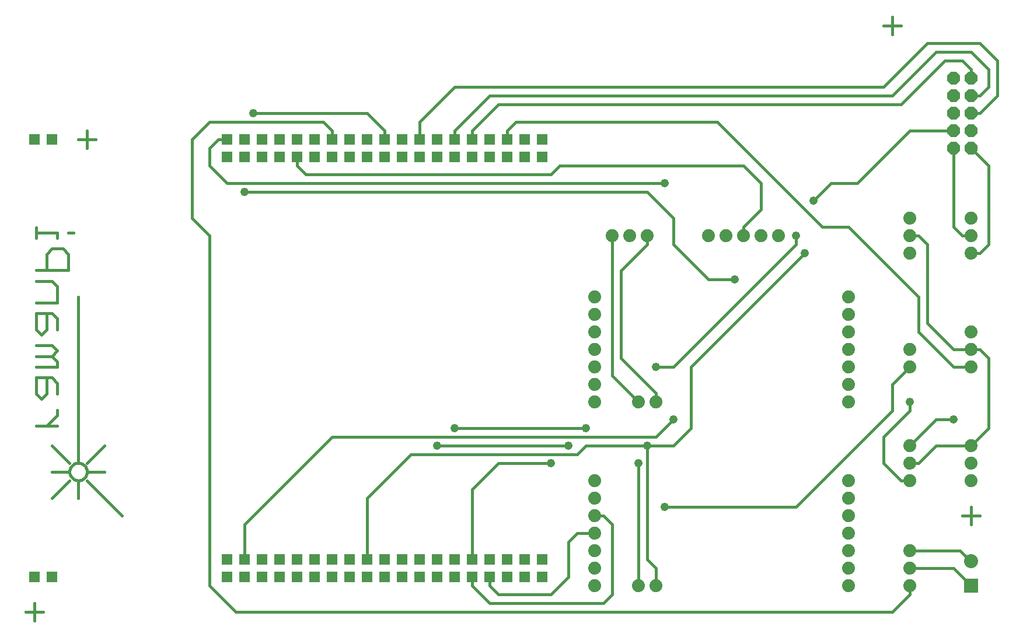
<source format=gbl>
G75*
G70*
%OFA0B0*%
%FSLAX24Y24*%
%IPPOS*%
%LPD*%
%AMOC8*
5,1,8,0,0,1.08239X$1,22.5*
%
%ADD10C,0.0160*%
%ADD11R,0.0634X0.0634*%
%ADD12C,0.0740*%
%ADD13OC8,0.0740*%
%ADD14R,0.0800X0.0800*%
%ADD15C,0.0800*%
%ADD16C,0.0476*%
D10*
X002600Y001100D02*
X003600Y001100D01*
X003100Y001600D02*
X003100Y000600D01*
X008100Y006600D02*
X006100Y008600D01*
X006100Y009100D02*
X007100Y009100D01*
X006100Y009600D02*
X007100Y010600D01*
X005600Y009600D02*
X005600Y019100D01*
X004408Y018769D02*
X004408Y019690D01*
X004101Y019997D01*
X003180Y019997D01*
X003180Y020611D02*
X005022Y020611D01*
X005022Y021531D01*
X004715Y021838D01*
X004101Y021838D01*
X003794Y021531D01*
X003794Y020611D01*
X003180Y018769D02*
X004408Y018769D01*
X004101Y018155D02*
X003180Y018155D01*
X003180Y017234D01*
X003487Y016928D01*
X003794Y017234D01*
X003794Y018155D01*
X004101Y018155D02*
X004408Y017848D01*
X004408Y017234D01*
X004101Y016314D02*
X003180Y016314D01*
X003180Y015700D02*
X004101Y015700D01*
X004408Y016007D01*
X004101Y016314D01*
X004101Y015700D02*
X004408Y015393D01*
X004408Y015086D01*
X003180Y015086D01*
X003180Y014472D02*
X003180Y013551D01*
X003487Y013244D01*
X003794Y013551D01*
X003794Y014472D01*
X004101Y014472D02*
X003180Y014472D01*
X004101Y014472D02*
X004408Y014165D01*
X004408Y013551D01*
X004408Y012631D02*
X004408Y012324D01*
X003794Y011710D01*
X003180Y011710D02*
X004408Y011710D01*
X004100Y010600D02*
X005100Y009600D01*
X005100Y009100D02*
X004100Y009100D01*
X005100Y008600D02*
X004100Y007600D01*
X005600Y007600D02*
X005600Y008600D01*
X005100Y009100D02*
X005102Y009144D01*
X005108Y009188D01*
X005118Y009231D01*
X005131Y009273D01*
X005148Y009314D01*
X005169Y009353D01*
X005193Y009390D01*
X005220Y009425D01*
X005250Y009457D01*
X005283Y009487D01*
X005319Y009513D01*
X005356Y009537D01*
X005396Y009556D01*
X005437Y009573D01*
X005480Y009585D01*
X005523Y009594D01*
X005567Y009599D01*
X005611Y009600D01*
X005655Y009597D01*
X005699Y009590D01*
X005742Y009579D01*
X005784Y009565D01*
X005824Y009547D01*
X005863Y009525D01*
X005899Y009501D01*
X005933Y009473D01*
X005965Y009442D01*
X005994Y009408D01*
X006020Y009372D01*
X006042Y009334D01*
X006061Y009294D01*
X006076Y009252D01*
X006088Y009210D01*
X006096Y009166D01*
X006100Y009122D01*
X006100Y009078D01*
X006096Y009034D01*
X006088Y008990D01*
X006076Y008948D01*
X006061Y008906D01*
X006042Y008866D01*
X006020Y008828D01*
X005994Y008792D01*
X005965Y008758D01*
X005933Y008727D01*
X005899Y008699D01*
X005863Y008675D01*
X005824Y008653D01*
X005784Y008635D01*
X005742Y008621D01*
X005699Y008610D01*
X005655Y008603D01*
X005611Y008600D01*
X005567Y008601D01*
X005523Y008606D01*
X005480Y008615D01*
X005437Y008627D01*
X005396Y008644D01*
X005356Y008663D01*
X005319Y008687D01*
X005283Y008713D01*
X005250Y008743D01*
X005220Y008775D01*
X005193Y008810D01*
X005169Y008847D01*
X005148Y008886D01*
X005131Y008927D01*
X005118Y008969D01*
X005108Y009012D01*
X005102Y009056D01*
X005100Y009100D01*
X015100Y006100D02*
X015100Y004100D01*
X013100Y002600D02*
X014600Y001100D01*
X052100Y001100D01*
X053100Y002100D01*
X053100Y002600D01*
X053100Y003600D02*
X055600Y003600D01*
X056600Y002600D01*
X056600Y003978D02*
X055978Y004600D01*
X053100Y004600D01*
X056100Y006600D02*
X057100Y006600D01*
X056600Y007100D02*
X056600Y006100D01*
X053100Y008600D02*
X052600Y008600D01*
X051600Y009600D01*
X051600Y011100D01*
X053100Y012600D01*
X053100Y013100D01*
X052100Y012600D02*
X046600Y007100D01*
X039100Y007100D01*
X036100Y006100D02*
X035600Y006600D01*
X035100Y006600D01*
X036100Y006100D02*
X036100Y002100D01*
X035600Y001600D01*
X029100Y001600D01*
X028100Y002600D01*
X028100Y003100D01*
X029100Y003100D02*
X029100Y002600D01*
X029600Y002100D01*
X032600Y002100D01*
X033600Y003100D01*
X033600Y005100D01*
X034100Y005600D01*
X035100Y005600D01*
X038100Y004100D02*
X038100Y010600D01*
X039600Y010600D01*
X040600Y011600D01*
X040600Y015100D01*
X047100Y021600D01*
X046600Y022100D02*
X046600Y022600D01*
X046600Y022100D02*
X039600Y015100D01*
X038600Y015100D01*
X038600Y013600D02*
X038600Y013100D01*
X038600Y013600D02*
X036600Y015600D01*
X036600Y020600D01*
X038100Y022100D01*
X038100Y022600D01*
X039600Y022100D02*
X041600Y020100D01*
X043100Y020100D01*
X039600Y022100D02*
X039600Y023600D01*
X038100Y025100D01*
X015100Y025100D01*
X014100Y025600D02*
X039100Y025600D01*
X043600Y026600D02*
X044600Y025600D01*
X044600Y024100D01*
X043600Y023100D01*
X043600Y022600D01*
X047600Y024600D02*
X048600Y025600D01*
X050100Y025600D01*
X053100Y028600D01*
X055600Y028600D01*
X055600Y027600D02*
X055600Y023100D01*
X056100Y022600D01*
X056600Y022600D01*
X057600Y022100D02*
X057100Y021600D01*
X056600Y021600D01*
X057600Y022100D02*
X057600Y026600D01*
X056600Y027600D01*
X056600Y029600D02*
X057100Y029600D01*
X058100Y030600D01*
X058100Y032600D01*
X057100Y033600D01*
X054100Y033600D01*
X051600Y031100D01*
X027100Y031100D01*
X025100Y029100D01*
X025100Y028100D01*
X023100Y028100D02*
X023100Y028600D01*
X022100Y029600D01*
X015600Y029600D01*
X013100Y029100D02*
X012100Y028100D01*
X012100Y023600D01*
X013100Y022600D01*
X013100Y002600D01*
X015100Y006100D02*
X020100Y011100D01*
X038600Y011100D01*
X039600Y012100D01*
X037600Y013100D02*
X036100Y014600D01*
X036100Y022600D01*
X032600Y026100D02*
X033100Y026600D01*
X043600Y026600D01*
X042100Y029100D02*
X030600Y029100D01*
X030100Y028600D01*
X030100Y028100D01*
X028100Y028100D02*
X028100Y028600D01*
X029600Y030100D01*
X052600Y030100D01*
X055100Y032600D01*
X056100Y032600D01*
X056600Y032100D01*
X056600Y031600D01*
X056600Y030600D02*
X057100Y030600D01*
X057600Y031100D01*
X057600Y032100D01*
X056600Y033100D01*
X054600Y033100D01*
X052100Y030600D01*
X029100Y030600D01*
X027100Y028600D01*
X027100Y028100D01*
X032600Y026100D02*
X018600Y026100D01*
X018100Y026600D01*
X018100Y027100D01*
X020100Y028100D02*
X020100Y028600D01*
X019600Y029100D01*
X013100Y029100D01*
X013600Y028100D02*
X013100Y027600D01*
X013100Y026600D01*
X014100Y025600D01*
X014100Y028100D02*
X013600Y028100D01*
X006600Y028100D02*
X005600Y028100D01*
X006100Y028600D02*
X006100Y027600D01*
X003180Y023066D02*
X003180Y022452D01*
X003180Y022759D02*
X004408Y022759D01*
X004408Y022452D01*
X005022Y022759D02*
X005329Y022759D01*
X022100Y007600D02*
X024600Y010100D01*
X034100Y010100D01*
X034600Y010600D01*
X038100Y010600D01*
X037600Y009600D02*
X037600Y002600D01*
X038600Y002600D02*
X038600Y003600D01*
X038100Y004100D01*
X032600Y009600D02*
X029600Y009600D01*
X028100Y008100D01*
X028100Y004100D01*
X022100Y004100D02*
X022100Y007600D01*
X026100Y010600D02*
X033600Y010600D01*
X034600Y011600D02*
X027100Y011600D01*
X042100Y029100D02*
X048100Y023100D01*
X049600Y023100D01*
X053600Y019100D01*
X053600Y017100D01*
X055600Y015100D01*
X056600Y015100D01*
X057600Y015600D02*
X057600Y011600D01*
X056600Y010600D01*
X054600Y010600D01*
X053600Y009600D01*
X053100Y009600D01*
X053100Y010600D02*
X054600Y012100D01*
X055600Y012100D01*
X052100Y012600D02*
X052100Y014100D01*
X053100Y015100D01*
X055600Y016100D02*
X056600Y016100D01*
X057100Y016100D01*
X057600Y015600D01*
X055600Y016100D02*
X054100Y017600D01*
X054100Y022100D01*
X053600Y022600D01*
X053100Y022600D01*
X052100Y034100D02*
X052100Y035100D01*
X051600Y034600D02*
X052600Y034600D01*
D11*
X032100Y028100D03*
X032100Y027100D03*
X031100Y027100D03*
X031100Y028100D03*
X030100Y028100D03*
X029100Y028100D03*
X029100Y027100D03*
X030100Y027100D03*
X028100Y027100D03*
X028100Y028100D03*
X027100Y028100D03*
X026100Y028100D03*
X026100Y027100D03*
X027100Y027100D03*
X025100Y027100D03*
X025100Y028100D03*
X024100Y028100D03*
X023100Y028100D03*
X023100Y027100D03*
X024100Y027100D03*
X022100Y027100D03*
X022100Y028100D03*
X021100Y028100D03*
X021100Y027100D03*
X020100Y027100D03*
X019100Y027100D03*
X019100Y028100D03*
X020100Y028100D03*
X018100Y028100D03*
X018100Y027100D03*
X017100Y027100D03*
X016100Y027100D03*
X016100Y028100D03*
X017100Y028100D03*
X015100Y028100D03*
X015100Y027100D03*
X014100Y027100D03*
X014100Y028100D03*
X004100Y028100D03*
X003100Y028100D03*
X014100Y004100D03*
X015100Y004100D03*
X016100Y004100D03*
X017100Y004100D03*
X018100Y004100D03*
X019100Y004100D03*
X020100Y004100D03*
X021100Y004100D03*
X022100Y004100D03*
X023100Y004100D03*
X024100Y004100D03*
X025100Y004100D03*
X026100Y004100D03*
X027100Y004100D03*
X028100Y004100D03*
X029100Y004100D03*
X030100Y004100D03*
X031100Y004100D03*
X032100Y004100D03*
X032100Y003100D03*
X031100Y003100D03*
X030100Y003100D03*
X029100Y003100D03*
X028100Y003100D03*
X027100Y003100D03*
X026100Y003100D03*
X025100Y003100D03*
X024100Y003100D03*
X023100Y003100D03*
X022100Y003100D03*
X021100Y003100D03*
X020100Y003100D03*
X019100Y003100D03*
X018100Y003100D03*
X017100Y003100D03*
X016100Y003100D03*
X015100Y003100D03*
X014100Y003100D03*
X004100Y003100D03*
X003100Y003100D03*
D12*
X035100Y002600D03*
X035100Y003600D03*
X035100Y004600D03*
X035100Y005600D03*
X035100Y006600D03*
X035100Y007600D03*
X035100Y008600D03*
X035100Y013100D03*
X035100Y014100D03*
X035100Y015100D03*
X035100Y016100D03*
X035100Y017100D03*
X035100Y018100D03*
X035100Y019100D03*
X036100Y022600D03*
X037100Y022600D03*
X038100Y022600D03*
X041600Y022600D03*
X042600Y022600D03*
X043600Y022600D03*
X044600Y022600D03*
X045600Y022600D03*
X049600Y019100D03*
X049600Y018100D03*
X049600Y017100D03*
X049600Y016100D03*
X049600Y015100D03*
X049600Y014100D03*
X049600Y013100D03*
X053100Y015100D03*
X053100Y016100D03*
X056600Y016100D03*
X056600Y015100D03*
X056600Y017100D03*
X056600Y021600D03*
X056600Y022600D03*
X056600Y023600D03*
X053100Y023600D03*
X053100Y022600D03*
X053100Y021600D03*
X038600Y013100D03*
X037600Y013100D03*
X049600Y008600D03*
X049600Y007600D03*
X049600Y006600D03*
X049600Y005600D03*
X049600Y004600D03*
X049600Y003600D03*
X049600Y002600D03*
X053100Y002600D03*
X053100Y003600D03*
X053100Y004600D03*
X053100Y008600D03*
X053100Y009600D03*
X053100Y010600D03*
X056600Y010600D03*
X056600Y009600D03*
X056600Y008600D03*
X038600Y002600D03*
X037600Y002600D03*
D13*
X055600Y027600D03*
X056600Y027600D03*
X056600Y028600D03*
X055600Y028600D03*
X055600Y029600D03*
X056600Y029600D03*
X056600Y030600D03*
X056600Y031600D03*
X055600Y031600D03*
X055600Y030600D03*
D14*
X056600Y002600D03*
D15*
X056600Y003978D03*
D16*
X055600Y012100D03*
X053100Y013100D03*
X043100Y020100D03*
X047100Y021600D03*
X046600Y022600D03*
X047600Y024600D03*
X039100Y025600D03*
X038600Y015100D03*
X039600Y012100D03*
X038100Y010600D03*
X037600Y009600D03*
X034600Y011600D03*
X033600Y010600D03*
X032600Y009600D03*
X027100Y011600D03*
X026100Y010600D03*
X039100Y007100D03*
X015100Y025100D03*
X015600Y029600D03*
M02*

</source>
